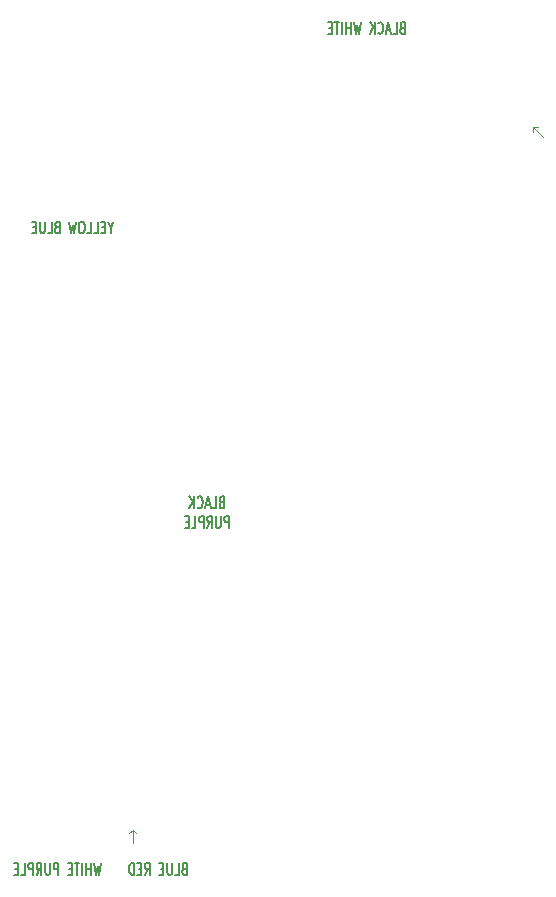
<source format=gbo>
G04 #@! TF.GenerationSoftware,KiCad,Pcbnew,5.1.5+dfsg1-2build2*
G04 #@! TF.CreationDate,2021-01-13T21:24:21+01:00*
G04 #@! TF.ProjectId,sony-scopeman,736f6e79-2d73-4636-9f70-656d616e2e6b,rev?*
G04 #@! TF.SameCoordinates,Original*
G04 #@! TF.FileFunction,Legend,Bot*
G04 #@! TF.FilePolarity,Positive*
%FSLAX46Y46*%
G04 Gerber Fmt 4.6, Leading zero omitted, Abs format (unit mm)*
G04 Created by KiCad (PCBNEW 5.1.5+dfsg1-2build2) date 2021-01-13 21:24:21*
%MOMM*%
%LPD*%
G04 APERTURE LIST*
%ADD10C,0.150000*%
%ADD11C,0.120000*%
G04 APERTURE END LIST*
D10*
X124533333Y-109203571D02*
X124433333Y-109251190D01*
X124400000Y-109298809D01*
X124366666Y-109394047D01*
X124366666Y-109536904D01*
X124400000Y-109632142D01*
X124433333Y-109679761D01*
X124500000Y-109727380D01*
X124766666Y-109727380D01*
X124766666Y-108727380D01*
X124533333Y-108727380D01*
X124466666Y-108775000D01*
X124433333Y-108822619D01*
X124400000Y-108917857D01*
X124400000Y-109013095D01*
X124433333Y-109108333D01*
X124466666Y-109155952D01*
X124533333Y-109203571D01*
X124766666Y-109203571D01*
X123733333Y-109727380D02*
X124066666Y-109727380D01*
X124066666Y-108727380D01*
X123533333Y-109441666D02*
X123200000Y-109441666D01*
X123600000Y-109727380D02*
X123366666Y-108727380D01*
X123133333Y-109727380D01*
X122500000Y-109632142D02*
X122533333Y-109679761D01*
X122633333Y-109727380D01*
X122700000Y-109727380D01*
X122800000Y-109679761D01*
X122866666Y-109584523D01*
X122900000Y-109489285D01*
X122933333Y-109298809D01*
X122933333Y-109155952D01*
X122900000Y-108965476D01*
X122866666Y-108870238D01*
X122800000Y-108775000D01*
X122700000Y-108727380D01*
X122633333Y-108727380D01*
X122533333Y-108775000D01*
X122500000Y-108822619D01*
X122200000Y-109727380D02*
X122200000Y-108727380D01*
X121800000Y-109727380D02*
X122100000Y-109155952D01*
X121800000Y-108727380D02*
X122200000Y-109298809D01*
X125150000Y-111377380D02*
X125150000Y-110377380D01*
X124883333Y-110377380D01*
X124816666Y-110425000D01*
X124783333Y-110472619D01*
X124750000Y-110567857D01*
X124750000Y-110710714D01*
X124783333Y-110805952D01*
X124816666Y-110853571D01*
X124883333Y-110901190D01*
X125150000Y-110901190D01*
X124450000Y-110377380D02*
X124450000Y-111186904D01*
X124416666Y-111282142D01*
X124383333Y-111329761D01*
X124316666Y-111377380D01*
X124183333Y-111377380D01*
X124116666Y-111329761D01*
X124083333Y-111282142D01*
X124050000Y-111186904D01*
X124050000Y-110377380D01*
X123316666Y-111377380D02*
X123550000Y-110901190D01*
X123716666Y-111377380D02*
X123716666Y-110377380D01*
X123450000Y-110377380D01*
X123383333Y-110425000D01*
X123350000Y-110472619D01*
X123316666Y-110567857D01*
X123316666Y-110710714D01*
X123350000Y-110805952D01*
X123383333Y-110853571D01*
X123450000Y-110901190D01*
X123716666Y-110901190D01*
X123016666Y-111377380D02*
X123016666Y-110377380D01*
X122750000Y-110377380D01*
X122683333Y-110425000D01*
X122650000Y-110472619D01*
X122616666Y-110567857D01*
X122616666Y-110710714D01*
X122650000Y-110805952D01*
X122683333Y-110853571D01*
X122750000Y-110901190D01*
X123016666Y-110901190D01*
X121983333Y-111377380D02*
X122316666Y-111377380D01*
X122316666Y-110377380D01*
X121750000Y-110853571D02*
X121516666Y-110853571D01*
X121416666Y-111377380D02*
X121750000Y-111377380D01*
X121750000Y-110377380D01*
X121416666Y-110377380D01*
X139816666Y-69028571D02*
X139716666Y-69076190D01*
X139683333Y-69123809D01*
X139650000Y-69219047D01*
X139650000Y-69361904D01*
X139683333Y-69457142D01*
X139716666Y-69504761D01*
X139783333Y-69552380D01*
X140050000Y-69552380D01*
X140050000Y-68552380D01*
X139816666Y-68552380D01*
X139750000Y-68600000D01*
X139716666Y-68647619D01*
X139683333Y-68742857D01*
X139683333Y-68838095D01*
X139716666Y-68933333D01*
X139750000Y-68980952D01*
X139816666Y-69028571D01*
X140050000Y-69028571D01*
X139016666Y-69552380D02*
X139350000Y-69552380D01*
X139350000Y-68552380D01*
X138816666Y-69266666D02*
X138483333Y-69266666D01*
X138883333Y-69552380D02*
X138650000Y-68552380D01*
X138416666Y-69552380D01*
X137783333Y-69457142D02*
X137816666Y-69504761D01*
X137916666Y-69552380D01*
X137983333Y-69552380D01*
X138083333Y-69504761D01*
X138150000Y-69409523D01*
X138183333Y-69314285D01*
X138216666Y-69123809D01*
X138216666Y-68980952D01*
X138183333Y-68790476D01*
X138150000Y-68695238D01*
X138083333Y-68600000D01*
X137983333Y-68552380D01*
X137916666Y-68552380D01*
X137816666Y-68600000D01*
X137783333Y-68647619D01*
X137483333Y-69552380D02*
X137483333Y-68552380D01*
X137083333Y-69552380D02*
X137383333Y-68980952D01*
X137083333Y-68552380D02*
X137483333Y-69123809D01*
X136316666Y-68552380D02*
X136150000Y-69552380D01*
X136016666Y-68838095D01*
X135883333Y-69552380D01*
X135716666Y-68552380D01*
X135450000Y-69552380D02*
X135450000Y-68552380D01*
X135450000Y-69028571D02*
X135050000Y-69028571D01*
X135050000Y-69552380D02*
X135050000Y-68552380D01*
X134716666Y-69552380D02*
X134716666Y-68552380D01*
X134483333Y-68552380D02*
X134083333Y-68552380D01*
X134283333Y-69552380D02*
X134283333Y-68552380D01*
X133850000Y-69028571D02*
X133616666Y-69028571D01*
X133516666Y-69552380D02*
X133850000Y-69552380D01*
X133850000Y-68552380D01*
X133516666Y-68552380D01*
X115133333Y-85976190D02*
X115133333Y-86452380D01*
X115366666Y-85452380D02*
X115133333Y-85976190D01*
X114900000Y-85452380D01*
X114666666Y-85928571D02*
X114433333Y-85928571D01*
X114333333Y-86452380D02*
X114666666Y-86452380D01*
X114666666Y-85452380D01*
X114333333Y-85452380D01*
X113700000Y-86452380D02*
X114033333Y-86452380D01*
X114033333Y-85452380D01*
X113133333Y-86452380D02*
X113466666Y-86452380D01*
X113466666Y-85452380D01*
X112766666Y-85452380D02*
X112633333Y-85452380D01*
X112566666Y-85500000D01*
X112500000Y-85595238D01*
X112466666Y-85785714D01*
X112466666Y-86119047D01*
X112500000Y-86309523D01*
X112566666Y-86404761D01*
X112633333Y-86452380D01*
X112766666Y-86452380D01*
X112833333Y-86404761D01*
X112900000Y-86309523D01*
X112933333Y-86119047D01*
X112933333Y-85785714D01*
X112900000Y-85595238D01*
X112833333Y-85500000D01*
X112766666Y-85452380D01*
X112233333Y-85452380D02*
X112066666Y-86452380D01*
X111933333Y-85738095D01*
X111800000Y-86452380D01*
X111633333Y-85452380D01*
X110600000Y-85928571D02*
X110500000Y-85976190D01*
X110466666Y-86023809D01*
X110433333Y-86119047D01*
X110433333Y-86261904D01*
X110466666Y-86357142D01*
X110500000Y-86404761D01*
X110566666Y-86452380D01*
X110833333Y-86452380D01*
X110833333Y-85452380D01*
X110600000Y-85452380D01*
X110533333Y-85500000D01*
X110500000Y-85547619D01*
X110466666Y-85642857D01*
X110466666Y-85738095D01*
X110500000Y-85833333D01*
X110533333Y-85880952D01*
X110600000Y-85928571D01*
X110833333Y-85928571D01*
X109800000Y-86452380D02*
X110133333Y-86452380D01*
X110133333Y-85452380D01*
X109566666Y-85452380D02*
X109566666Y-86261904D01*
X109533333Y-86357142D01*
X109500000Y-86404761D01*
X109433333Y-86452380D01*
X109300000Y-86452380D01*
X109233333Y-86404761D01*
X109200000Y-86357142D01*
X109166666Y-86261904D01*
X109166666Y-85452380D01*
X108833333Y-85928571D02*
X108600000Y-85928571D01*
X108500000Y-86452380D02*
X108833333Y-86452380D01*
X108833333Y-85452380D01*
X108500000Y-85452380D01*
X121366666Y-140228571D02*
X121266666Y-140276190D01*
X121233333Y-140323809D01*
X121200000Y-140419047D01*
X121200000Y-140561904D01*
X121233333Y-140657142D01*
X121266666Y-140704761D01*
X121333333Y-140752380D01*
X121600000Y-140752380D01*
X121600000Y-139752380D01*
X121366666Y-139752380D01*
X121300000Y-139800000D01*
X121266666Y-139847619D01*
X121233333Y-139942857D01*
X121233333Y-140038095D01*
X121266666Y-140133333D01*
X121300000Y-140180952D01*
X121366666Y-140228571D01*
X121600000Y-140228571D01*
X120566666Y-140752380D02*
X120900000Y-140752380D01*
X120900000Y-139752380D01*
X120333333Y-139752380D02*
X120333333Y-140561904D01*
X120300000Y-140657142D01*
X120266666Y-140704761D01*
X120200000Y-140752380D01*
X120066666Y-140752380D01*
X120000000Y-140704761D01*
X119966666Y-140657142D01*
X119933333Y-140561904D01*
X119933333Y-139752380D01*
X119600000Y-140228571D02*
X119366666Y-140228571D01*
X119266666Y-140752380D02*
X119600000Y-140752380D01*
X119600000Y-139752380D01*
X119266666Y-139752380D01*
X118033333Y-140752380D02*
X118266666Y-140276190D01*
X118433333Y-140752380D02*
X118433333Y-139752380D01*
X118166666Y-139752380D01*
X118100000Y-139800000D01*
X118066666Y-139847619D01*
X118033333Y-139942857D01*
X118033333Y-140085714D01*
X118066666Y-140180952D01*
X118100000Y-140228571D01*
X118166666Y-140276190D01*
X118433333Y-140276190D01*
X117733333Y-140228571D02*
X117500000Y-140228571D01*
X117400000Y-140752380D02*
X117733333Y-140752380D01*
X117733333Y-139752380D01*
X117400000Y-139752380D01*
X117100000Y-140752380D02*
X117100000Y-139752380D01*
X116933333Y-139752380D01*
X116833333Y-139800000D01*
X116766666Y-139895238D01*
X116733333Y-139990476D01*
X116700000Y-140180952D01*
X116700000Y-140323809D01*
X116733333Y-140514285D01*
X116766666Y-140609523D01*
X116833333Y-140704761D01*
X116933333Y-140752380D01*
X117100000Y-140752380D01*
X114333333Y-139752380D02*
X114166666Y-140752380D01*
X114033333Y-140038095D01*
X113900000Y-140752380D01*
X113733333Y-139752380D01*
X113466666Y-140752380D02*
X113466666Y-139752380D01*
X113466666Y-140228571D02*
X113066666Y-140228571D01*
X113066666Y-140752380D02*
X113066666Y-139752380D01*
X112733333Y-140752380D02*
X112733333Y-139752380D01*
X112500000Y-139752380D02*
X112100000Y-139752380D01*
X112300000Y-140752380D02*
X112300000Y-139752380D01*
X111866666Y-140228571D02*
X111633333Y-140228571D01*
X111533333Y-140752380D02*
X111866666Y-140752380D01*
X111866666Y-139752380D01*
X111533333Y-139752380D01*
X110700000Y-140752380D02*
X110700000Y-139752380D01*
X110433333Y-139752380D01*
X110366666Y-139800000D01*
X110333333Y-139847619D01*
X110300000Y-139942857D01*
X110300000Y-140085714D01*
X110333333Y-140180952D01*
X110366666Y-140228571D01*
X110433333Y-140276190D01*
X110700000Y-140276190D01*
X110000000Y-139752380D02*
X110000000Y-140561904D01*
X109966666Y-140657142D01*
X109933333Y-140704761D01*
X109866666Y-140752380D01*
X109733333Y-140752380D01*
X109666666Y-140704761D01*
X109633333Y-140657142D01*
X109600000Y-140561904D01*
X109600000Y-139752380D01*
X108866666Y-140752380D02*
X109100000Y-140276190D01*
X109266666Y-140752380D02*
X109266666Y-139752380D01*
X109000000Y-139752380D01*
X108933333Y-139800000D01*
X108900000Y-139847619D01*
X108866666Y-139942857D01*
X108866666Y-140085714D01*
X108900000Y-140180952D01*
X108933333Y-140228571D01*
X109000000Y-140276190D01*
X109266666Y-140276190D01*
X108566666Y-140752380D02*
X108566666Y-139752380D01*
X108300000Y-139752380D01*
X108233333Y-139800000D01*
X108200000Y-139847619D01*
X108166666Y-139942857D01*
X108166666Y-140085714D01*
X108200000Y-140180952D01*
X108233333Y-140228571D01*
X108300000Y-140276190D01*
X108566666Y-140276190D01*
X107533333Y-140752380D02*
X107866666Y-140752380D01*
X107866666Y-139752380D01*
X107300000Y-140228571D02*
X107066666Y-140228571D01*
X106966666Y-140752380D02*
X107300000Y-140752380D01*
X107300000Y-139752380D01*
X106966666Y-139752380D01*
D11*
X117000000Y-138050000D02*
X117000000Y-136950000D01*
X117000000Y-136950000D02*
X117300000Y-137250000D01*
X117000000Y-136950000D02*
X116700000Y-137250000D01*
X150929289Y-77479289D02*
X151353553Y-77479289D01*
X150929289Y-77479289D02*
X150929289Y-77903553D01*
X151707107Y-78257107D02*
X150929289Y-77479289D01*
M02*

</source>
